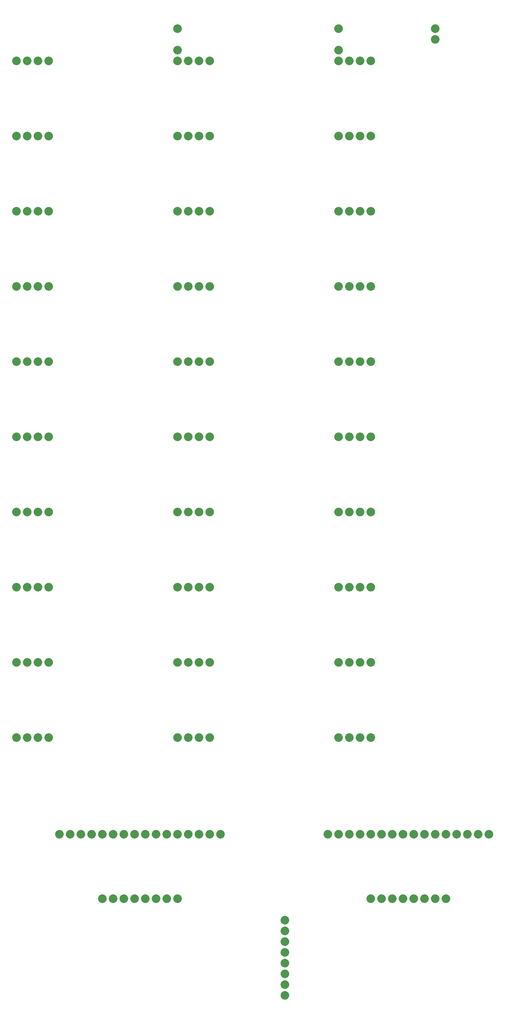
<source format=gbr>
%TF.GenerationSoftware,KiCad,Pcbnew,9.0.7*%
%TF.CreationDate,2026-02-24T13:08:20-05:00*%
%TF.ProjectId,MONGO_PCB,4d4f4e47-4f5f-4504-9342-2e6b69636164,SR211007*%
%TF.SameCoordinates,Original*%
%TF.FileFunction,Soldermask,Bot*%
%TF.FilePolarity,Negative*%
%FSLAX46Y46*%
G04 Gerber Fmt 4.6, Leading zero omitted, Abs format (unit mm)*
G04 Created by KiCad (PCBNEW 9.0.7) date 2026-02-24 13:08:20*
%MOMM*%
%LPD*%
G01*
G04 APERTURE LIST*
%ADD10C,2.032000*%
G04 APERTURE END LIST*
D10*
%TO.C,REF\u002A\u002A*%
X20320000Y-114300000D03*
X22860000Y-114300000D03*
X25400000Y-114300000D03*
X27940000Y-114300000D03*
%TD*%
%TO.C,REF\u002A\u002A*%
X58420000Y-149860000D03*
X60960000Y-149860000D03*
X63500000Y-149860000D03*
X66040000Y-149860000D03*
%TD*%
%TO.C,REF\u002A\u002A*%
X96520000Y-96520000D03*
X99060000Y-96520000D03*
X101600000Y-96520000D03*
X104140000Y-96520000D03*
%TD*%
%TO.C,REF\u002A\u002A*%
X96520000Y-149860000D03*
X99060000Y-149860000D03*
X101600000Y-149860000D03*
X104140000Y-149860000D03*
%TD*%
%TO.C,REF\u002A\u002A*%
X96520000Y-185420000D03*
X99060000Y-185420000D03*
X101600000Y-185420000D03*
X104140000Y-185420000D03*
%TD*%
%TO.C,*%
X83820000Y-228600000D03*
%TD*%
%TO.C,REF\u002A\u002A*%
X58420000Y-43180000D03*
X60960000Y-43180000D03*
X63500000Y-43180000D03*
X66040000Y-43180000D03*
%TD*%
%TO.C,REF\u002A\u002A*%
X58420000Y-96520000D03*
X60960000Y-96520000D03*
X63500000Y-96520000D03*
X66040000Y-96520000D03*
%TD*%
%TO.C,REF\u002A\u002A*%
X20320000Y-25400000D03*
X22860000Y-25400000D03*
X25400000Y-25400000D03*
X27940000Y-25400000D03*
%TD*%
%TO.C,REF\u002A\u002A*%
X93980000Y-208280000D03*
X96520000Y-208280000D03*
X99060000Y-208280000D03*
X101600000Y-208280000D03*
X104140000Y-208280000D03*
X106680000Y-208280000D03*
X109220000Y-208280000D03*
X111760000Y-208280000D03*
X114300000Y-208280000D03*
X116840000Y-208280000D03*
X119380000Y-208280000D03*
X121920000Y-208280000D03*
X124460000Y-208280000D03*
X127000000Y-208280000D03*
X129540000Y-208280000D03*
X132080000Y-208280000D03*
X104140000Y-223520000D03*
X106680000Y-223520000D03*
X109220000Y-223520000D03*
X111760000Y-223520000D03*
X114300000Y-223520000D03*
X116840000Y-223520000D03*
X119380000Y-223520000D03*
X121920000Y-223520000D03*
%TD*%
%TO.C,*%
X83820000Y-233680000D03*
%TD*%
%TO.C,*%
X83820000Y-243840000D03*
%TD*%
%TO.C,REF\u002A\u002A*%
X20320000Y-149860000D03*
X22860000Y-149860000D03*
X25400000Y-149860000D03*
X27940000Y-149860000D03*
%TD*%
%TO.C,*%
X58420000Y-22860000D03*
%TD*%
%TO.C,REF\u002A\u002A*%
X96520000Y-78740000D03*
X99060000Y-78740000D03*
X101600000Y-78740000D03*
X104140000Y-78740000D03*
%TD*%
%TO.C,*%
X83820000Y-236220000D03*
%TD*%
%TO.C,*%
X58420000Y-17780000D03*
%TD*%
%TO.C,REF\u002A\u002A*%
X20320000Y-96520000D03*
X22860000Y-96520000D03*
X25400000Y-96520000D03*
X27940000Y-96520000D03*
%TD*%
%TO.C,REF\u002A\u002A*%
X96520000Y-25400000D03*
X99060000Y-25400000D03*
X101600000Y-25400000D03*
X104140000Y-25400000D03*
%TD*%
%TO.C,*%
X83820000Y-241300000D03*
%TD*%
%TO.C,*%
X96520000Y-17780000D03*
%TD*%
%TO.C,REF\u002A\u002A*%
X20320000Y-185420000D03*
X22860000Y-185420000D03*
X25400000Y-185420000D03*
X27940000Y-185420000D03*
%TD*%
%TO.C,REF\u002A\u002A*%
X96520000Y-60960000D03*
X99060000Y-60960000D03*
X101600000Y-60960000D03*
X104140000Y-60960000D03*
%TD*%
%TO.C,REF\u002A\u002A*%
X96520000Y-167640000D03*
X99060000Y-167640000D03*
X101600000Y-167640000D03*
X104140000Y-167640000D03*
%TD*%
%TO.C,REF\u002A\u002A*%
X20320000Y-43180000D03*
X22860000Y-43180000D03*
X25400000Y-43180000D03*
X27940000Y-43180000D03*
%TD*%
%TO.C,*%
X119380000Y-20320000D03*
%TD*%
%TO.C,REF\u002A\u002A*%
X20320000Y-60960000D03*
X22860000Y-60960000D03*
X25400000Y-60960000D03*
X27940000Y-60960000D03*
%TD*%
%TO.C,*%
X96520000Y-22860000D03*
%TD*%
%TO.C,REF\u002A\u002A*%
X58420000Y-25400000D03*
X60960000Y-25400000D03*
X63500000Y-25400000D03*
X66040000Y-25400000D03*
%TD*%
%TO.C,*%
X83820000Y-238760000D03*
%TD*%
%TO.C,REF\u002A\u002A*%
X96520000Y-43180000D03*
X99060000Y-43180000D03*
X101600000Y-43180000D03*
X104140000Y-43180000D03*
%TD*%
%TO.C,*%
X119380000Y-17780000D03*
%TD*%
%TO.C,REF\u002A\u002A*%
X96520000Y-114300000D03*
X99060000Y-114300000D03*
X101600000Y-114300000D03*
X104140000Y-114300000D03*
%TD*%
%TO.C,REF\u002A\u002A*%
X58420000Y-167640000D03*
X60960000Y-167640000D03*
X63500000Y-167640000D03*
X66040000Y-167640000D03*
%TD*%
%TO.C,REF\u002A\u002A*%
X20320000Y-78740000D03*
X22860000Y-78740000D03*
X25400000Y-78740000D03*
X27940000Y-78740000D03*
%TD*%
%TO.C,REF\u002A\u002A*%
X20320000Y-167640000D03*
X22860000Y-167640000D03*
X25400000Y-167640000D03*
X27940000Y-167640000D03*
%TD*%
%TO.C,REF\u002A\u002A*%
X58420000Y-132080000D03*
X60960000Y-132080000D03*
X63500000Y-132080000D03*
X66040000Y-132080000D03*
%TD*%
%TO.C,REF\u002A\u002A*%
X30480000Y-208280000D03*
X33020000Y-208280000D03*
X35560000Y-208280000D03*
X38100000Y-208280000D03*
X40640000Y-208280000D03*
X43180000Y-208280000D03*
X45720000Y-208280000D03*
X48260000Y-208280000D03*
X50800000Y-208280000D03*
X53340000Y-208280000D03*
X55880000Y-208280000D03*
X58420000Y-208280000D03*
X60960000Y-208280000D03*
X63500000Y-208280000D03*
X66040000Y-208280000D03*
X68580000Y-208280000D03*
X40640000Y-223520000D03*
X43180000Y-223520000D03*
X45720000Y-223520000D03*
X48260000Y-223520000D03*
X50800000Y-223520000D03*
X53340000Y-223520000D03*
X55880000Y-223520000D03*
X58420000Y-223520000D03*
%TD*%
%TO.C,REF\u002A\u002A*%
X20320000Y-132080000D03*
X22860000Y-132080000D03*
X25400000Y-132080000D03*
X27940000Y-132080000D03*
%TD*%
%TO.C,REF\u002A\u002A*%
X58420000Y-60960000D03*
X60960000Y-60960000D03*
X63500000Y-60960000D03*
X66040000Y-60960000D03*
%TD*%
%TO.C,*%
X83820000Y-231140000D03*
%TD*%
%TO.C,*%
X83820000Y-246380000D03*
%TD*%
%TO.C,REF\u002A\u002A*%
X58420000Y-185420000D03*
X60960000Y-185420000D03*
X63500000Y-185420000D03*
X66040000Y-185420000D03*
%TD*%
%TO.C,REF\u002A\u002A*%
X96520000Y-132080000D03*
X99060000Y-132080000D03*
X101600000Y-132080000D03*
X104140000Y-132080000D03*
%TD*%
%TO.C,REF\u002A\u002A*%
X58420000Y-114300000D03*
X60960000Y-114300000D03*
X63500000Y-114300000D03*
X66040000Y-114300000D03*
%TD*%
%TO.C,REF\u002A\u002A*%
X58420000Y-78740000D03*
X60960000Y-78740000D03*
X63500000Y-78740000D03*
X66040000Y-78740000D03*
%TD*%
M02*

</source>
